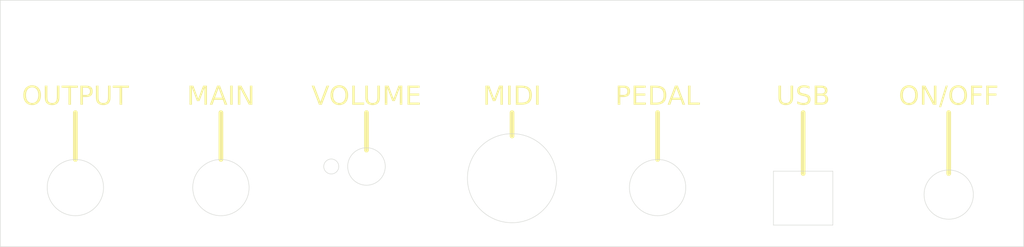
<source format=kicad_pcb>
(kicad_pcb
	(version 20240108)
	(generator "pcbnew")
	(generator_version "8.0")
	(general
		(thickness 1.6)
		(legacy_teardrops no)
	)
	(paper "A4")
	(layers
		(0 "F.Cu" signal)
		(31 "B.Cu" signal)
		(32 "B.Adhes" user "B.Adhesive")
		(33 "F.Adhes" user "F.Adhesive")
		(34 "B.Paste" user)
		(35 "F.Paste" user)
		(36 "B.SilkS" user "B.Silkscreen")
		(37 "F.SilkS" user "F.Silkscreen")
		(38 "B.Mask" user)
		(39 "F.Mask" user)
		(40 "Dwgs.User" user "User.Drawings")
		(41 "Cmts.User" user "User.Comments")
		(42 "Eco1.User" user "User.Eco1")
		(43 "Eco2.User" user "User.Eco2")
		(44 "Edge.Cuts" user)
		(45 "Margin" user)
		(46 "B.CrtYd" user "B.Courtyard")
		(47 "F.CrtYd" user "F.Courtyard")
		(48 "B.Fab" user)
		(49 "F.Fab" user)
		(50 "User.1" user)
		(51 "User.2" user)
		(52 "User.3" user)
		(53 "User.4" user)
		(54 "User.5" user)
		(55 "User.6" user)
		(56 "User.7" user)
		(57 "User.8" user)
		(58 "User.9" user)
	)
	(setup
		(pad_to_mask_clearance 0)
		(allow_soldermask_bridges_in_footprints no)
		(aux_axis_origin 44.13 69.7725)
		(grid_origin 44.13 69.7725)
		(pcbplotparams
			(layerselection 0x00010fc_ffffffff)
			(plot_on_all_layers_selection 0x0000000_00000000)
			(disableapertmacros no)
			(usegerberextensions no)
			(usegerberattributes yes)
			(usegerberadvancedattributes yes)
			(creategerberjobfile yes)
			(dashed_line_dash_ratio 12.000000)
			(dashed_line_gap_ratio 3.000000)
			(svgprecision 4)
			(plotframeref no)
			(viasonmask no)
			(mode 1)
			(useauxorigin no)
			(hpglpennumber 1)
			(hpglpenspeed 20)
			(hpglpendiameter 15.000000)
			(pdf_front_fp_property_popups yes)
			(pdf_back_fp_property_popups yes)
			(dxfpolygonmode yes)
			(dxfimperialunits yes)
			(dxfusepcbnewfont yes)
			(psnegative no)
			(psa4output no)
			(plotreference yes)
			(plotvalue yes)
			(plotfptext yes)
			(plotinvisibletext no)
			(sketchpadsonfab no)
			(subtractmaskfromsilk no)
			(outputformat 1)
			(mirror no)
			(drillshape 0)
			(scaleselection 1)
			(outputdirectory "Gerber/")
		)
	)
	(net 0 "")
	(gr_line
		(start 184.095 103.7525)
		(end 184.095 93.7525)
		(stroke
			(width 1)
			(type default)
		)
		(layer "F.SilkS")
		(uuid "0555fc90-7724-4b67-934f-19f21f439188")
	)
	(gr_line
		(start 246.095 106.7525)
		(end 246.095 93.7525)
		(stroke
			(width 1)
			(type default)
		)
		(layer "F.SilkS")
		(uuid "2e54e2e7-c93b-426d-8e45-da9b8f060234")
	)
	(gr_line
		(start 60.095 103.7525)
		(end 60.095 93.7525)
		(stroke
			(width 1)
			(type default)
		)
		(layer "F.SilkS")
		(uuid "5242b620-0d63-41af-91ed-2e575fe41b59")
	)
	(gr_line
		(start 122.095 93.7525)
		(end 122.095 101.7525)
		(stroke
			(width 1)
			(type default)
		)
		(layer "F.SilkS")
		(uuid "52b0b9ba-6df9-455c-9e5c-d28b312d7310")
	)
	(gr_line
		(start 215.095 106.7525)
		(end 215.095 93.7525)
		(stroke
			(width 1)
			(type default)
		)
		(layer "F.SilkS")
		(uuid "bbda1df5-40be-497c-a794-e21a6ed9b7ce")
	)
	(gr_line
		(start 91.095 93.7525)
		(end 91.095 103.7525)
		(stroke
			(width 1)
			(type default)
		)
		(layer "F.SilkS")
		(uuid "d41e91c9-562e-4a97-b674-d8b7af9bf44b")
	)
	(gr_line
		(start 153.095 98.7525)
		(end 153.095 93.7525)
		(stroke
			(width 1)
			(type default)
		)
		(layer "F.SilkS")
		(uuid "eeff2fd1-1c8a-4efd-9d27-a33aae45bd22")
	)
	(gr_circle
		(center 60.095 109.7525)
		(end 66.095 109.7525)
		(stroke
			(width 0.1)
			(type default)
		)
		(fill none)
		(layer "Edge.Cuts")
		(uuid "115fe4ac-dcd9-4c8f-a22c-4d4f22866594")
	)
	(gr_line
		(start 221.42 117.7525)
		(end 208.77 117.7525)
		(stroke
			(width 0.1)
			(type default)
		)
		(layer "Edge.Cuts")
		(uuid "20f93bae-747d-45a5-a9f2-d7c8831cf3f5")
	)
	(gr_line
		(start 262.06 122.3525)
		(end 44.13 122.3525)
		(stroke
			(width 0.1)
			(type default)
		)
		(layer "Edge.Cuts")
		(uuid "2ca33773-46f6-409c-a779-f803568a4afe")
	)
	(gr_line
		(start 44.13 122.3525)
		(end 44.13 69.7725)
		(stroke
			(width 0.1)
			(type default)
		)
		(layer "Edge.Cuts")
		(uuid "3069174d-2bdd-44d9-af29-82a4c450f04c")
	)
	(gr_circle
		(center 184.095 109.7525)
		(end 190.095 109.7525)
		(stroke
			(width 0.1)
			(type default)
		)
		(fill none)
		(layer "Edge.Cuts")
		(uuid "34b67707-db95-4a62-846f-73084cbcb912")
	)
	(gr_line
		(start 262.06 69.7725)
		(end 262.06 122.3525)
		(stroke
			(width 0.1)
			(type default)
		)
		(layer "Edge.Cuts")
		(uuid "3bfae559-af2d-4176-be60-a118bfc4d339")
	)
	(gr_circle
		(center 122.095 105.2525)
		(end 126.095 105.2525)
		(stroke
			(width 0.1)
			(type default)
		)
		(fill none)
		(layer "Edge.Cuts")
		(uuid "544bee14-0335-4890-9e93-64c5e44a3ae1")
	)
	(gr_circle
		(center 114.595 105.2525)
		(end 116.195 105.2525)
		(stroke
			(width 0.1)
			(type default)
		)
		(fill none)
		(layer "Edge.Cuts")
		(uuid "5a69c2d6-2aeb-41be-9d92-187e9ccc1c3a")
	)
	(gr_circle
		(center 246.095 111.2525)
		(end 251.345 111.2525)
		(stroke
			(width 0.1)
			(type default)
		)
		(fill none)
		(layer "Edge.Cuts")
		(uuid "5be15793-8750-496c-9995-27d9b2d835b3")
	)
	(gr_line
		(start 221.42 106.2525)
		(end 221.42 117.7525)
		(stroke
			(width 0.1)
			(type default)
		)
		(layer "Edge.Cuts")
		(uuid "70941b28-642d-4dea-adfc-49c75cbf3447")
	)
	(gr_line
		(start 208.77 106.2525)
		(end 221.42 106.2525)
		(stroke
			(width 0.1)
			(type default)
		)
		(layer "Edge.Cuts")
		(uuid "856d5044-0013-4487-b0e5-ce7d0cb8f872")
	)
	(gr_line
		(start 44.13 69.7725)
		(end 262.06 69.7725)
		(stroke
			(width 0.1)
			(type default)
		)
		(layer "Edge.Cuts")
		(uuid "a217d811-bd85-4e53-b99f-97f1851a07b3")
	)
	(gr_line
		(start 208.77 117.7525)
		(end 208.77 106.2525)
		(stroke
			(width 0.1)
			(type default)
		)
		(layer "Edge.Cuts")
		(uuid "b8dd6260-39e5-497d-8daf-960f09ab8367")
	)
	(gr_circle
		(center 91.095 109.7525)
		(end 97.095 109.7525)
		(stroke
			(width 0.1)
			(type default)
		)
		(fill none)
		(layer "Edge.Cuts")
		(uuid "daf4d971-00b1-4f81-bd56-56c3cec1661e")
	)
	(gr_circle
		(center 153.095 107.7525)
		(end 162.595 107.7525)
		(stroke
			(width 0.1)
			(type default)
		)
		(fill none)
		(layer "Edge.Cuts")
		(uuid "f5405a68-91db-4550-a0cc-4f9816b28769")
	)
	(gr_line
		(start 44.095 93.7525)
		(end 262.095 93.7525)
		(stroke
			(width 0.1)
			(type default)
		)
		(layer "User.2")
		(uuid "f16fca31-41a6-4b3a-9291-4225d63072f3")
	)
	(gr_text "PEDAL"
		(at 184.095 92.7525 0)
		(layer "F.SilkS")
		(uuid "07b51b51-e96f-4df7-8a49-9433a9c9deb0")
		(effects
			(font
				(face "Imagine Font")
				(size 4 4)
				(thickness 0.1)
			)
			(justify bottom)
		)
		(render_cache "PEDAL" 0
			(polygon
				(pts
					(xy 177.103793 90.696924) (xy 174.302816 90.696924) (xy 174.302816 92.0725) (xy 173.602328 92.0725)
					(xy 173.602328 89.996435) (xy 174.302816 89.996435) (xy 176.403304 89.996435) (xy 176.403304 89.271523)
					(xy 174.302816 89.271523) (xy 174.302816 89.996435) (xy 173.602328 89.996435) (xy 173.602328 88.571034)
					(xy 177.103793 88.571034)
				)
			)
			(polygon
				(pts
					(xy 177.799397 92.0725) (xy 177.799397 88.571034) (xy 181.300862 88.571034) (xy 181.300862 89.271523)
					(xy 178.499885 89.271523) (xy 178.499885 89.996435) (xy 179.894023 89.996435) (xy 179.894023 90.696924)
					(xy 178.499885 90.696924) (xy 178.499885 91.372011) (xy 181.300862 91.372011) (xy 181.300862 92.0725)
				)
			)
			(polygon
				(pts
					(xy 185.497931 89.271523) (xy 185.497931 91.366149) (xy 184.791581 92.0725) (xy 181.996466 92.0725)
					(xy 181.996466 91.372011) (xy 182.696954 91.372011) (xy 184.557108 91.372011) (xy 184.797443 91.137538)
					(xy 184.797443 89.511857) (xy 184.557108 89.271523) (xy 182.696954 89.271523) (xy 182.696954 91.372011)
					(xy 181.996466 91.372011) (xy 181.996466 88.571034) (xy 184.791581 88.571034)
				)
			)
			(polygon
				(pts
					(xy 189.695 92.0725) (xy 188.994512 92.0725) (xy 188.994512 90.696924) (xy 186.894023 90.696924)
					(xy 186.894023 92.0725) (xy 186.193535 92.0725) (xy 186.193535 89.996435) (xy 186.894023 89.996435)
					(xy 188.994512 89.996435) (xy 188.994512 89.271523) (xy 186.894023 89.271523) (xy 186.894023 89.996435)
					(xy 186.193535 89.996435) (xy 186.193535 88.571034) (xy 189.695 88.571034)
				)
			)
			(polygon
				(pts
					(xy 190.390604 92.0725) (xy 190.390604 88.571034) (xy 191.091092 88.571034) (xy 191.091092 91.372011)
					(xy 193.892069 91.372011) (xy 193.892069 92.0725)
				)
			)
		)
	)
	(gr_text "ON/OFF"
		(at 246.095 92.7525 0)
		(layer "F.SilkS")
		(uuid "1c9b55df-dcda-4951-9436-42da94354e7d")
		(effects
			(font
				(face "Imagine Font")
				(size 4 4)
				(thickness 0.1)
			)
			(justify bottom)
		)
		(render_cache "ON/OFF" 0
			(polygon
				(pts
					(xy 237.005258 92.0725) (xy 233.503793 92.0725) (xy 233.503793 91.372011) (xy 234.204281 91.372011)
					(xy 236.304769 91.372011) (xy 236.304769 89.271523) (xy 234.204281 89.271523) (xy 234.204281 91.372011)
					(xy 233.503793 91.372011) (xy 233.503793 88.571034) (xy 237.005258 88.571034)
				)
			)
			(polygon
				(pts
					(xy 237.700862 92.0725) (xy 237.700862 88.571034) (xy 241.202327 88.571034) (xy 241.202327 92.0725)
					(xy 240.501839 92.0725) (xy 240.501839 89.271523) (xy 238.40135 89.271523) (xy 238.40135 92.0725)
				)
			)
			(polygon
				(pts
					(xy 241.897931 92.0725) (xy 242.598419 91.36908) (xy 243.297931 90.666638) (xy 243.998419 89.962241)
					(xy 244.697931 89.258822) (xy 245.398419 89.258822) (xy 244.697931 89.962241) (xy 243.998419 90.666638)
					(xy 243.297931 91.36908) (xy 242.598419 92.0725)
				)
			)
			(polygon
				(pts
					(xy 249.596465 92.0725) (xy 246.095 92.0725) (xy 246.095 91.372011) (xy 246.795488 91.372011) (xy 248.895977 91.372011)
					(xy 248.895977 89.271523) (xy 246.795488 89.271523) (xy 246.795488 91.372011) (xy 246.095 91.372011)
					(xy 246.095 88.571034) (xy 249.596465 88.571034)
				)
			)
			(polygon
				(pts
					(xy 250.292069 92.0725) (xy 250.292069 88.571034) (xy 253.793534 88.571034) (xy 253.793534 89.271523)
					(xy 250.992557 89.271523) (xy 250.992557 89.996435) (xy 252.386696 89.996435) (xy 252.386696 90.696924)
					(xy 250.992557 90.696924) (xy 250.992557 92.0725)
				)
			)
			(polygon
				(pts
					(xy 254.489138 92.0725) (xy 254.489138 88.571034) (xy 257.990603 88.571034) (xy 257.990603 89.271523)
					(xy 255.189626 89.271523) (xy 255.189626 89.996435) (xy 256.583765 89.996435) (xy 256.583765 90.696924)
					(xy 255.189626 90.696924) (xy 255.189626 92.0725)
				)
			)
		)
	)
	(gr_text "USB"
		(at 215.095 92.7525 0)
		(layer "F.SilkS")
		(uuid "2115ab11-0c38-4274-86e9-815110a61a2e")
		(effects
			(font
				(face "Imagine Font")
				(size 4 4)
				(thickness 0.1)
			)
			(justify bottom)
		)
		(render_cache "USB" 0
			(polygon
				(pts
					(xy 208.799397 92.0725) (xy 208.799397 88.571034) (xy 209.499885 88.571034) (xy 209.499885 91.372011)
					(xy 211.600373 91.372011) (xy 211.600373 88.571034) (xy 212.300862 88.571034) (xy 212.300862 92.0725)
				)
			)
			(polygon
				(pts
					(xy 212.996466 92.0725) (xy 212.996466 91.372011) (xy 215.797443 91.372011) (xy 215.797443 90.696924)
					(xy 212.996466 90.696924) (xy 212.996466 88.571034) (xy 216.497931 88.571034) (xy 216.497931 89.271523)
					(xy 213.696954 89.271523) (xy 213.696954 89.996435) (xy 216.497931 89.996435) (xy 216.497931 92.0725)
				)
			)
			(polygon
				(pts
					(xy 220.695 92.0725) (xy 217.193535 92.0725) (xy 217.193535 91.372011) (xy 217.894023 91.372011)
					(xy 219.994512 91.372011) (xy 219.994512 90.696924) (xy 217.894023 90.696924) (xy 217.894023 91.372011)
					(xy 217.193535 91.372011) (xy 217.193535 89.996435) (xy 217.894023 89.996435) (xy 219.994512 89.996435)
					(xy 219.994512 89.271523) (xy 217.894023 89.271523) (xy 217.894023 89.996435) (xy 217.193535 89.996435)
					(xy 217.193535 88.571034) (xy 220.695 88.571034)
				)
			)
		)
	)
	(gr_text "MAIN"
		(at 91.095 92.7525 0)
		(layer "F.SilkS")
		(uuid "293a7b60-7fa8-4c95-8e4f-ac1d24bc34b3")
		(effects
			(font
				(face "Imagine Font")
				(size 4 4)
				(thickness 0.1)
			)
			(justify bottom)
		)
		(render_cache "MAIN" 0
			(polygon
				(pts
					(xy 84.099885 92.0725) (xy 84.099885 88.571034) (xy 87.551524 88.571034) (xy 87.551524 92.0725)
					(xy 86.851036 92.0725) (xy 86.851036 89.271523) (xy 86.175949 89.271523) (xy 86.175949 92.0725)
					(xy 85.47546 92.0725) (xy 85.47546 89.271523) (xy 84.800373 89.271523) (xy 84.800373 92.0725)
				)
			)
			(polygon
				(pts
					(xy 91.798419 92.0725) (xy 91.097931 92.0725) (xy 91.097931 90.696924) (xy 88.997442 90.696924)
					(xy 88.997442 92.0725) (xy 88.296954 92.0725) (xy 88.296954 89.996435) (xy 88.997442 89.996435)
					(xy 91.097931 89.996435) (xy 91.097931 89.271523) (xy 88.997442 89.271523) (xy 88.997442 89.996435)
					(xy 88.296954 89.996435) (xy 88.296954 88.571034) (xy 91.798419 88.571034)
				)
			)
			(polygon
				(pts
					(xy 92.494023 92.0725) (xy 92.494023 88.571034) (xy 93.194511 88.571034) (xy 93.194511 92.0725)
				)
			)
			(polygon
				(pts
					(xy 93.893046 92.0725) (xy 93.893046 88.571034) (xy 97.394511 88.571034) (xy 97.394511 92.0725)
					(xy 96.694023 92.0725) (xy 96.694023 89.271523) (xy 94.593534 89.271523) (xy 94.593534 92.0725)
				)
			)
		)
	)
	(gr_text "MIDI"
		(at 153.095 92.7525 0)
		(layer "F.SilkS")
		(uuid "35ea05f0-f74f-4dfa-9fe5-9ecbd9d0e58a")
		(effects
			(font
				(face "Imagine Font")
				(size 4 4)
				(thickness 0.1)
			)
			(justify bottom)
		)
		(render_cache "MIDI" 0
			(polygon
				(pts
					(xy 147.498908 92.0725) (xy 147.498908 88.571034) (xy 150.950547 88.571034) (xy 150.950547 92.0725)
					(xy 150.250059 92.0725) (xy 150.250059 89.271523) (xy 149.574972 89.271523) (xy 149.574972 92.0725)
					(xy 148.874483 92.0725) (xy 148.874483 89.271523) (xy 148.199396 89.271523) (xy 148.199396 92.0725)
				)
			)
			(polygon
				(pts
					(xy 151.695977 92.0725) (xy 151.695977 88.571034) (xy 152.396465 88.571034) (xy 152.396465 92.0725)
				)
			)
			(polygon
				(pts
					(xy 156.596465 89.271523) (xy 156.596465 91.366149) (xy 155.890115 92.0725) (xy 153.095 92.0725)
					(xy 153.095 91.372011) (xy 153.795488 91.372011) (xy 155.655642 91.372011) (xy 155.895977 91.137538)
					(xy 155.895977 89.511857) (xy 155.655642 89.271523) (xy 153.795488 89.271523) (xy 153.795488 91.372011)
					(xy 153.095 91.372011) (xy 153.095 88.571034) (xy 155.890115 88.571034)
				)
			)
			(polygon
				(pts
					(xy 157.292069 92.0725) (xy 157.292069 88.571034) (xy 157.992557 88.571034) (xy 157.992557 92.0725)
				)
			)
		)
	)
	(gr_text "VOLUME"
		(at 122.095 92.7525 0)
		(layer "F.SilkS")
		(uuid "643aed31-b0c5-4fbf-80ec-1f9016eb86fd")
		(effects
			(font
				(face "Imagine Font")
				(size 4 4)
				(thickness 0.1)
			)
			(justify bottom)
		)
		(render_cache "VOLUME" 0
			(polygon
				(pts
					(xy 111.44015 91.322185) (xy 112.304769 90.448773) (xy 112.304769 88.571034) (xy 113.005258 88.571034)
					(xy 113.005258 90.679338) (xy 111.604281 92.0725) (xy 110.904769 92.0725) (xy 109.503793 90.679338)
					(xy 109.503793 88.571034) (xy 110.204281 88.571034) (xy 110.204281 90.404809) (xy 111.128496 91.322185)
				)
			)
			(polygon
				(pts
					(xy 117.202327 92.0725) (xy 113.700862 92.0725) (xy 113.700862 91.372011) (xy 114.40135 91.372011)
					(xy 116.501839 91.372011) (xy 116.501839 89.271523) (xy 114.40135 89.271523) (xy 114.40135 91.372011)
					(xy 113.700862 91.372011) (xy 113.700862 88.571034) (xy 117.202327 88.571034)
				)
			)
			(polygon
				(pts
					(xy 117.897931 92.0725) (xy 117.897931 88.571034) (xy 118.598419 88.571034) (xy 118.598419 91.372011)
					(xy 121.399396 91.372011) (xy 121.399396 92.0725)
				)
			)
			(polygon
				(pts
					(xy 122.095 92.0725) (xy 122.095 88.571034) (xy 122.795488 88.571034) (xy 122.795488 91.372011)
					(xy 124.895977 91.372011) (xy 124.895977 88.571034) (xy 125.596465 88.571034) (xy 125.596465 92.0725)
				)
			)
			(polygon
				(pts
					(xy 126.292069 92.0725) (xy 126.292069 88.571034) (xy 129.743709 88.571034) (xy 129.743709 92.0725)
					(xy 129.04322 92.0725) (xy 129.04322 89.271523) (xy 128.368133 89.271523) (xy 128.368133 92.0725)
					(xy 127.667645 92.0725) (xy 127.667645 89.271523) (xy 126.992557 89.271523) (xy 126.992557 92.0725)
				)
			)
			(polygon
				(pts
					(xy 130.489138 92.0725) (xy 130.489138 88.571034) (xy 133.990603 88.571034) (xy 133.990603 89.271523)
					(xy 131.189626 89.271523) (xy 131.189626 89.996435) (xy 132.583765 89.996435) (xy 132.583765 90.696924)
					(xy 131.189626 90.696924) (xy 131.189626 91.372011) (xy 133.990603 91.372011) (xy 133.990603 92.0725)
				)
			)
		)
	)
	(gr_text "OUTPUT"
		(at 60.095 92.7525 0)
		(layer "F.SilkS")
		(uuid "e9c0eb28-a244-479a-8d3a-877fece182d9")
		(effects
			(font
				(face "Imagine Font")
				(size 4 4)
				(thickness 0.1)
			)
			(justify bottom)
		)
		(render_cache "OUTPUT" 0
			(polygon
				(pts
					(xy 51.005258 92.0725) (xy 47.503793 92.0725) (xy 47.503793 91.372011) (xy 48.204281 91.372011)
					(xy 50.304769 91.372011) (xy 50.304769 89.271523) (xy 48.204281 89.271523) (xy 48.204281 91.372011)
					(xy 47.503793 91.372011) (xy 47.503793 88.571034) (xy 51.005258 88.571034)
				)
			)
			(polygon
				(pts
					(xy 51.700862 92.0725) (xy 51.700862 88.571034) (xy 52.40135 88.571034) (xy 52.40135 91.372011)
					(xy 54.501839 91.372011) (xy 54.501839 88.571034) (xy 55.202327 88.571034) (xy 55.202327 92.0725)
				)
			)
			(polygon
				(pts
					(xy 57.273506 92.0725) (xy 57.273506 89.271523) (xy 55.897931 89.271523) (xy 55.897931 88.571034)
					(xy 59.399396 88.571034) (xy 59.399396 89.271523) (xy 57.973995 89.271523) (xy 57.973995 92.0725)
				)
			)
			(polygon
				(pts
					(xy 63.596465 90.696924) (xy 60.795488 90.696924) (xy 60.795488 92.0725) (xy 60.095 92.0725) (xy 60.095 89.996435)
					(xy 60.795488 89.996435) (xy 62.895977 89.996435) (xy 62.895977 89.271523) (xy 60.795488 89.271523)
					(xy 60.795488 89.996435) (xy 60.095 89.996435) (xy 60.095 88.571034) (xy 63.596465 88.571034)
				)
			)
			(polygon
				(pts
					(xy 64.292069 92.0725) (xy 64.292069 88.571034) (xy 64.992557 88.571034) (xy 64.992557 91.372011)
					(xy 67.093046 91.372011) (xy 67.093046 88.571034) (xy 67.793534 88.571034) (xy 67.793534 92.0725)
				)
			)
			(polygon
				(pts
					(xy 69.864714 92.0725) (xy 69.864714 89.271523) (xy 68.489138 89.271523) (xy 68.489138 88.571034)
					(xy 71.990603 88.571034) (xy 71.990603 89.271523) (xy 70.565202 89.271523) (xy 70.565202 92.0725)
				)
			)
		)
	)
	(group ""
		(uuid "05561f56-2352-4792-b923-720502ec149f")
		(members "115fe4ac-dcd9-4c8f-a22c-4d4f22866594" "20f93bae-747d-45a5-a9f2-d7c8831cf3f5"
			"2ca33773-46f6-409c-a779-f803568a4afe" "3069174d-2bdd-44d9-af29-82a4c450f04c"
			"34b67707-db95-4a62-846f-73084cbcb912" "3bfae559-af2d-4176-be60-a118bfc4d339"
			"544bee14-0335-4890-9e93-64c5e44a3ae1" "5a69c2d6-2aeb-41be-9d92-187e9ccc1c3a"
			"5be15793-8750-496c-9995-27d9b2d835b3" "70941b28-642d-4dea-adfc-49c75cbf3447"
			"856d5044-0013-4487-b0e5-ce7d0cb8f872" "a217d811-bd85-4e53-b99f-97f1851a07b3"
			"b8dd6260-39e5-497d-8daf-960f09ab8367" "daf4d971-00b1-4f81-bd56-56c3cec1661e"
			"f5405a68-91db-4550-a0cc-4f9816b28769"
		)
	)
)

</source>
